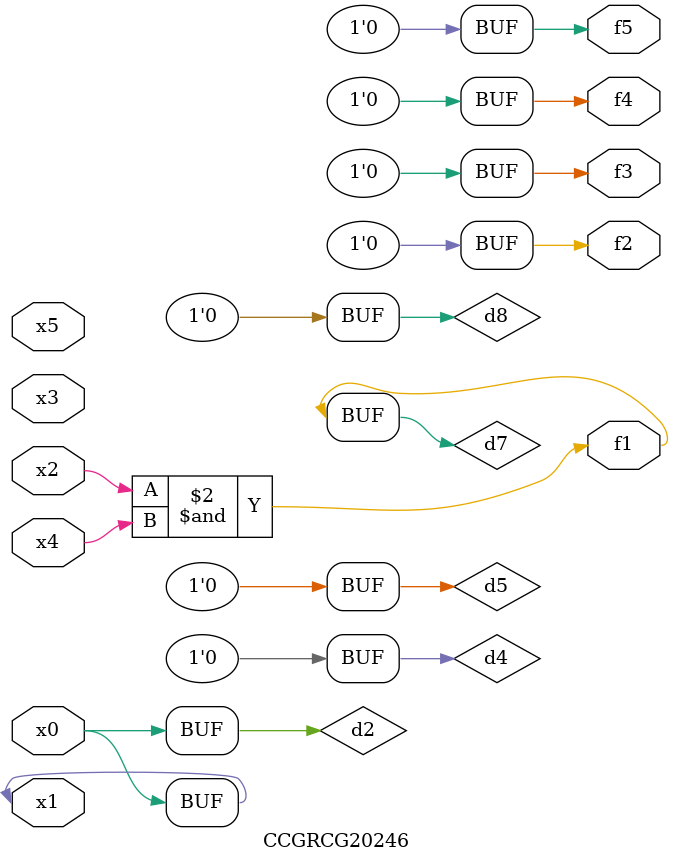
<source format=v>
module CCGRCG20246(
	input x0, x1, x2, x3, x4, x5,
	output f1, f2, f3, f4, f5
);

	wire d1, d2, d3, d4, d5, d6, d7, d8, d9;

	nand (d1, x1);
	buf (d2, x0, x1);
	nand (d3, x2, x4);
	and (d4, d1, d2);
	and (d5, d1, d2);
	nand (d6, d1, d3);
	not (d7, d3);
	xor (d8, d5);
	nor (d9, d5, d6);
	assign f1 = d7;
	assign f2 = d8;
	assign f3 = d8;
	assign f4 = d8;
	assign f5 = d8;
endmodule

</source>
